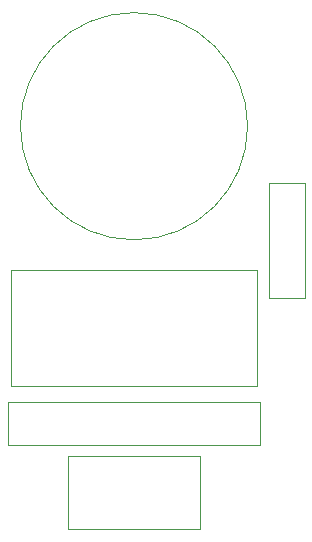
<source format=gbr>
%TF.GenerationSoftware,KiCad,Pcbnew,5.1.6-c6e7f7d~87~ubuntu20.04.1*%
%TF.CreationDate,2020-09-12T14:26:48-04:00*%
%TF.ProjectId,IN-14_Daughter,494e2d31-345f-4446-9175-67687465722e,rev?*%
%TF.SameCoordinates,Original*%
%TF.FileFunction,Other,User*%
%FSLAX46Y46*%
G04 Gerber Fmt 4.6, Leading zero omitted, Abs format (unit mm)*
G04 Created by KiCad (PCBNEW 5.1.6-c6e7f7d~87~ubuntu20.04.1) date 2020-09-12 14:26:48*
%MOMM*%
%LPD*%
G01*
G04 APERTURE LIST*
%ADD10C,0.050000*%
G04 APERTURE END LIST*
D10*
%TO.C,N1*%
X164814000Y-60172600D02*
G75*
G03*
X164814000Y-60172600I-9620000J0D01*
G01*
%TO.C,U1*%
X144754000Y-82176800D02*
X165604000Y-82176800D01*
X165604000Y-82176800D02*
X165604000Y-72376800D01*
X165604000Y-72376800D02*
X144754000Y-72376800D01*
X144754000Y-72376800D02*
X144754000Y-82176800D01*
%TO.C,J1*%
X144504000Y-83544000D02*
X144504000Y-87144000D01*
X165854000Y-83544000D02*
X144504000Y-83544000D01*
X165854000Y-87144000D02*
X165854000Y-83544000D01*
X144504000Y-87144000D02*
X165854000Y-87144000D01*
%TO.C,J2*%
X149584000Y-88106000D02*
X149584000Y-94256000D01*
X160784000Y-88106000D02*
X149584000Y-88106000D01*
X160784000Y-94256000D02*
X160784000Y-88106000D01*
X149584000Y-94256000D02*
X160784000Y-94256000D01*
%TO.C,R1*%
X166648000Y-64990000D02*
X166648000Y-74710000D01*
X169648000Y-64990000D02*
X166648000Y-64990000D01*
X169648000Y-74710000D02*
X169648000Y-64990000D01*
X166648000Y-74710000D02*
X169648000Y-74710000D01*
%TD*%
M02*

</source>
